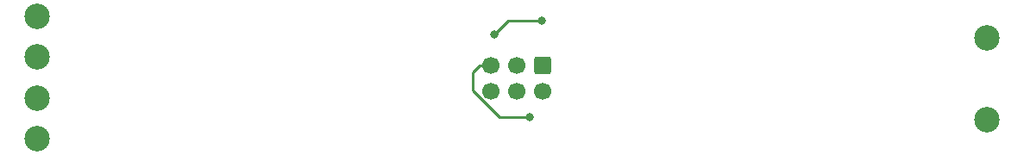
<source format=gbr>
%TF.GenerationSoftware,KiCad,Pcbnew,(6.0.9-0)*%
%TF.CreationDate,2023-10-23T19:08:13-03:00*%
%TF.ProjectId,MotorizedFaderPCB_1,4d6f746f-7269-47a6-9564-466164657250,rev?*%
%TF.SameCoordinates,Original*%
%TF.FileFunction,Copper,L2,Bot*%
%TF.FilePolarity,Positive*%
%FSLAX46Y46*%
G04 Gerber Fmt 4.6, Leading zero omitted, Abs format (unit mm)*
G04 Created by KiCad (PCBNEW (6.0.9-0)) date 2023-10-23 19:08:13*
%MOMM*%
%LPD*%
G01*
G04 APERTURE LIST*
G04 Aperture macros list*
%AMRoundRect*
0 Rectangle with rounded corners*
0 $1 Rounding radius*
0 $2 $3 $4 $5 $6 $7 $8 $9 X,Y pos of 4 corners*
0 Add a 4 corners polygon primitive as box body*
4,1,4,$2,$3,$4,$5,$6,$7,$8,$9,$2,$3,0*
0 Add four circle primitives for the rounded corners*
1,1,$1+$1,$2,$3*
1,1,$1+$1,$4,$5*
1,1,$1+$1,$6,$7*
1,1,$1+$1,$8,$9*
0 Add four rect primitives between the rounded corners*
20,1,$1+$1,$2,$3,$4,$5,0*
20,1,$1+$1,$4,$5,$6,$7,0*
20,1,$1+$1,$6,$7,$8,$9,0*
20,1,$1+$1,$8,$9,$2,$3,0*%
G04 Aperture macros list end*
%TA.AperFunction,ComponentPad*%
%ADD10RoundRect,0.250000X-0.600000X0.600000X-0.600000X-0.600000X0.600000X-0.600000X0.600000X0.600000X0*%
%TD*%
%TA.AperFunction,ComponentPad*%
%ADD11C,1.700000*%
%TD*%
%TA.AperFunction,ComponentPad*%
%ADD12C,2.500000*%
%TD*%
%TA.AperFunction,ViaPad*%
%ADD13C,0.800000*%
%TD*%
%TA.AperFunction,Conductor*%
%ADD14C,0.250000*%
%TD*%
G04 APERTURE END LIST*
D10*
%TO.P,IDC_Conn,1,Pin_1*%
%TO.N,Net-(J1-Pad1)*%
X188735000Y-82137500D03*
D11*
%TO.P,IDC_Conn,2,Pin_2*%
%TO.N,Net-(J1-Pad2)*%
X188735000Y-84677500D03*
%TO.P,IDC_Conn,3,Pin_3*%
%TO.N,Net-(J1-Pad3)*%
X186195000Y-82137500D03*
%TO.P,IDC_Conn,4,Pin_4*%
%TO.N,Net-(J1-Pad4)*%
X186195000Y-84677500D03*
%TO.P,IDC_Conn,5,Pin_5*%
%TO.N,Net-(J1-Pad5)*%
X183655000Y-82137500D03*
%TO.P,IDC_Conn,6,Pin_6*%
%TO.N,Net-(J1-Pad6)*%
X183655000Y-84677500D03*
%TD*%
D12*
%TO.P,U1,6,dc_2*%
%TO.N,Net-(J1-Pad6)*%
X232300000Y-79415000D03*
%TO.P,U1,5,dc_1*%
%TO.N,Net-(J1-Pad5)*%
X232300000Y-87415000D03*
%TO.P,U1,4,touch*%
%TO.N,Net-(J1-Pad2)*%
X139100000Y-81290000D03*
%TO.P,U1,3,vcc*%
%TO.N,Net-(J1-Pad3)*%
X139100000Y-85290000D03*
%TO.P,U1,2,wiper*%
%TO.N,Net-(J1-Pad4)*%
X139100000Y-89290000D03*
%TO.P,U1,1,gnd*%
%TO.N,Net-(J1-Pad1)*%
X139100000Y-77290000D03*
%TD*%
D13*
%TO.N,Net-(J1-Pad5)*%
X187480000Y-87150000D03*
%TO.N,Net-(J1-Pad6)*%
X183930000Y-79070000D03*
X188590000Y-77700000D03*
%TD*%
D14*
%TO.N,Net-(J1-Pad5)*%
X181890000Y-84574201D02*
X181890000Y-82750000D01*
X187480000Y-87150000D02*
X184465799Y-87150000D01*
X184465799Y-87150000D02*
X181890000Y-84574201D01*
X181890000Y-82750000D02*
X182502500Y-82137500D01*
X182502500Y-82137500D02*
X183655000Y-82137500D01*
%TO.N,Net-(J1-Pad6)*%
X185300000Y-77700000D02*
X183930000Y-79070000D01*
X188590000Y-77700000D02*
X185300000Y-77700000D01*
%TD*%
M02*

</source>
